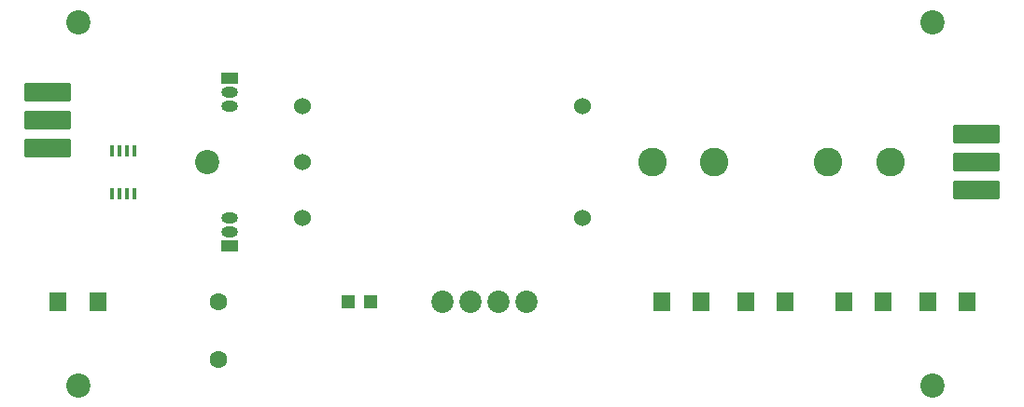
<source format=gbr>
G04 #@! TF.GenerationSoftware,KiCad,Pcbnew,8.0.4*
G04 #@! TF.CreationDate,2024-08-21T10:00:45-07:00*
G04 #@! TF.ProjectId,PA,50412e6b-6963-4616-945f-706362585858,rev?*
G04 #@! TF.SameCoordinates,Original*
G04 #@! TF.FileFunction,Soldermask,Top*
G04 #@! TF.FilePolarity,Negative*
%FSLAX46Y46*%
G04 Gerber Fmt 4.6, Leading zero omitted, Abs format (unit mm)*
G04 Created by KiCad (PCBNEW 8.0.4) date 2024-08-21 10:00:45*
%MOMM*%
%LPD*%
G01*
G04 APERTURE LIST*
G04 Aperture macros list*
%AMRoundRect*
0 Rectangle with rounded corners*
0 $1 Rounding radius*
0 $2 $3 $4 $5 $6 $7 $8 $9 X,Y pos of 4 corners*
0 Add a 4 corners polygon primitive as box body*
4,1,4,$2,$3,$4,$5,$6,$7,$8,$9,$2,$3,0*
0 Add four circle primitives for the rounded corners*
1,1,$1+$1,$2,$3*
1,1,$1+$1,$4,$5*
1,1,$1+$1,$6,$7*
1,1,$1+$1,$8,$9*
0 Add four rect primitives between the rounded corners*
20,1,$1+$1,$2,$3,$4,$5,0*
20,1,$1+$1,$4,$5,$6,$7,0*
20,1,$1+$1,$6,$7,$8,$9,0*
20,1,$1+$1,$8,$9,$2,$3,0*%
G04 Aperture macros list end*
%ADD10R,0.355600X1.028700*%
%ADD11R,1.500000X1.800000*%
%ADD12R,1.200000X1.200000*%
%ADD13C,2.200000*%
%ADD14RoundRect,0.101600X-2.000000X0.750000X-2.000000X-0.750000X2.000000X-0.750000X2.000000X0.750000X0*%
%ADD15R,1.500000X1.000000*%
%ADD16O,1.500000X1.000000*%
%ADD17C,1.524000*%
%ADD18C,2.020000*%
%ADD19C,2.600000*%
%ADD20C,1.600000*%
%ADD21RoundRect,0.101600X2.000000X-0.750000X2.000000X0.750000X-2.000000X0.750000X-2.000000X-0.750000X0*%
G04 APERTURE END LIST*
D10*
X172720000Y-92992849D03*
X172070002Y-92992849D03*
X171420000Y-92992849D03*
X170770002Y-92992849D03*
X170770002Y-96917149D03*
X171420000Y-96917149D03*
X172070002Y-96917149D03*
X172720000Y-96917149D03*
D11*
X165840000Y-106680000D03*
X169440000Y-106680000D03*
D12*
X192115000Y-106680000D03*
X194215000Y-106680000D03*
D11*
X237085000Y-106680000D03*
X240685000Y-106680000D03*
X244705000Y-106680000D03*
X248305000Y-106680000D03*
X231795000Y-106680000D03*
X228195000Y-106680000D03*
X220575000Y-106680000D03*
X224175000Y-106680000D03*
D13*
X245110000Y-114300000D03*
D14*
X249137150Y-93980000D03*
X249137150Y-91440000D03*
X249137150Y-96520000D03*
D15*
X181356000Y-86360000D03*
D16*
X181356000Y-87630000D03*
X181356000Y-88900000D03*
D15*
X181356000Y-101600000D03*
D16*
X181356000Y-100330000D03*
X181356000Y-99060000D03*
D17*
X187960000Y-88900000D03*
X187960000Y-93980000D03*
X187960000Y-99060000D03*
X213360000Y-88900000D03*
X213360000Y-99060000D03*
D18*
X200660000Y-106680000D03*
X203200000Y-106680000D03*
X205740000Y-106680000D03*
X208280000Y-106680000D03*
D19*
X219710000Y-93980000D03*
X225310000Y-93980000D03*
D13*
X167640000Y-81280000D03*
D19*
X235700000Y-93980000D03*
X241300000Y-93980000D03*
D20*
X180340000Y-111980000D03*
X180340000Y-106680000D03*
D13*
X245110000Y-81280000D03*
X179324000Y-93980000D03*
D21*
X164882850Y-90170000D03*
X164882850Y-92710000D03*
X164882850Y-87630000D03*
D13*
X167640000Y-114300000D03*
M02*

</source>
